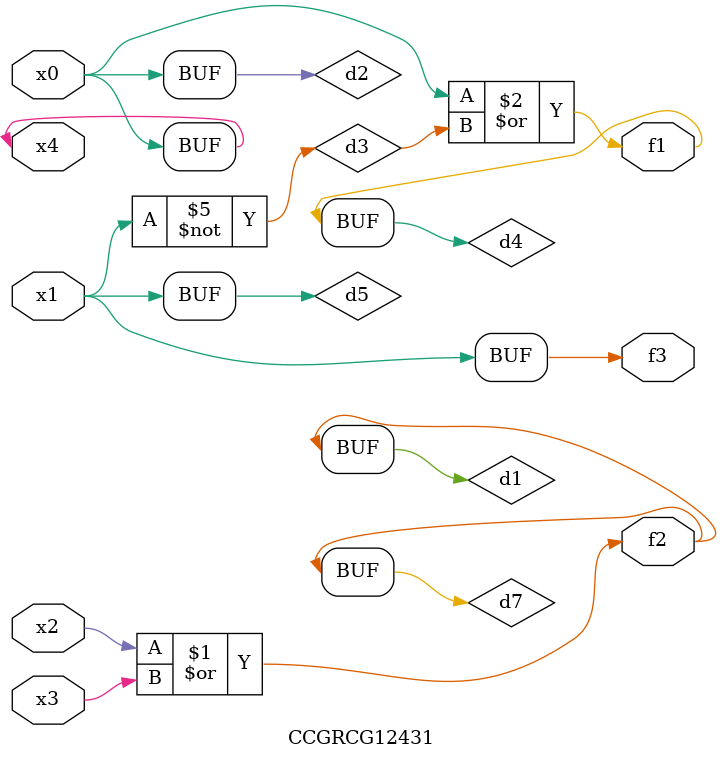
<source format=v>
module CCGRCG12431(
	input x0, x1, x2, x3, x4,
	output f1, f2, f3
);

	wire d1, d2, d3, d4, d5, d6, d7;

	or (d1, x2, x3);
	buf (d2, x0, x4);
	not (d3, x1);
	or (d4, d2, d3);
	not (d5, d3);
	nand (d6, d1, d3);
	or (d7, d1);
	assign f1 = d4;
	assign f2 = d7;
	assign f3 = d5;
endmodule

</source>
